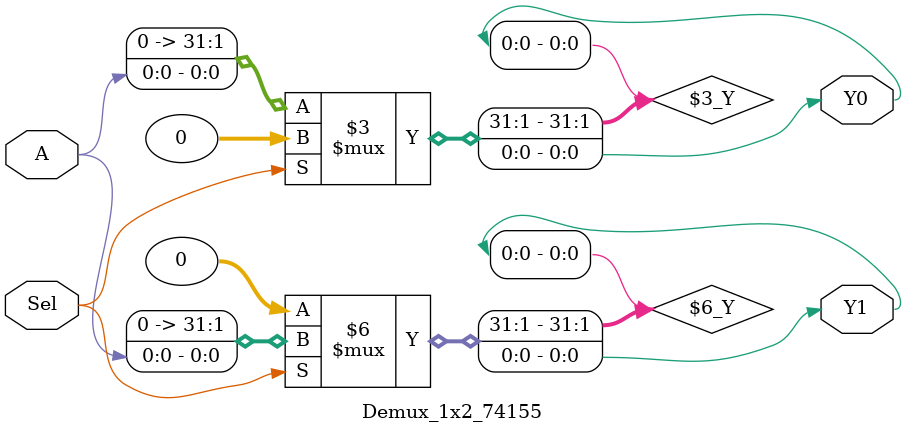
<source format=v>
`timescale 1ns / 1ps


module Demux_1x2_74155(
    input A, input Sel,
    output Y0, output Y1
    );
    
    assign Y0 = Sel == 0 ? A:0;
    assign Y1 = Sel == 1 ? A:0;
    
endmodule

</source>
